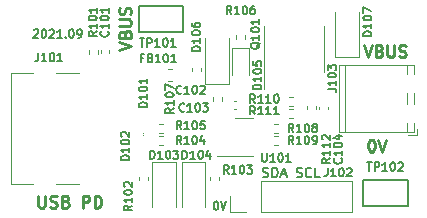
<source format=gto>
%TF.GenerationSoftware,KiCad,Pcbnew,5.99.0-unknown-3f6811f413~130~ubuntu20.10.1*%
%TF.CreationDate,2021-09-06T20:59:45-07:00*%
%TF.ProjectId,usb_pd,7573625f-7064-42e6-9b69-6361645f7063,rev?*%
%TF.SameCoordinates,Original*%
%TF.FileFunction,Legend,Top*%
%TF.FilePolarity,Positive*%
%FSLAX46Y46*%
G04 Gerber Fmt 4.6, Leading zero omitted, Abs format (unit mm)*
G04 Created by KiCad (PCBNEW 5.99.0-unknown-3f6811f413~130~ubuntu20.10.1) date 2021-09-06 20:59:45*
%MOMM*%
%LPD*%
G01*
G04 APERTURE LIST*
%ADD10C,0.175000*%
%ADD11C,0.250000*%
%ADD12C,0.200000*%
%ADD13C,0.150000*%
%ADD14C,0.120000*%
%ADD15C,0.100000*%
G04 APERTURE END LIST*
D10*
X95866666Y-125166666D02*
X95933333Y-125166666D01*
X96000000Y-125200000D01*
X96033333Y-125233333D01*
X96066666Y-125300000D01*
X96100000Y-125433333D01*
X96100000Y-125600000D01*
X96066666Y-125733333D01*
X96033333Y-125800000D01*
X96000000Y-125833333D01*
X95933333Y-125866666D01*
X95866666Y-125866666D01*
X95800000Y-125833333D01*
X95766666Y-125800000D01*
X95733333Y-125733333D01*
X95700000Y-125600000D01*
X95700000Y-125433333D01*
X95733333Y-125300000D01*
X95766666Y-125233333D01*
X95800000Y-125200000D01*
X95866666Y-125166666D01*
X96300000Y-125166666D02*
X96533333Y-125866666D01*
X96766666Y-125166666D01*
X80466666Y-110683333D02*
X80500000Y-110650000D01*
X80566666Y-110616666D01*
X80733333Y-110616666D01*
X80800000Y-110650000D01*
X80833333Y-110683333D01*
X80866666Y-110750000D01*
X80866666Y-110816666D01*
X80833333Y-110916666D01*
X80433333Y-111316666D01*
X80866666Y-111316666D01*
X81300000Y-110616666D02*
X81366666Y-110616666D01*
X81433333Y-110650000D01*
X81466666Y-110683333D01*
X81500000Y-110750000D01*
X81533333Y-110883333D01*
X81533333Y-111050000D01*
X81500000Y-111183333D01*
X81466666Y-111250000D01*
X81433333Y-111283333D01*
X81366666Y-111316666D01*
X81300000Y-111316666D01*
X81233333Y-111283333D01*
X81200000Y-111250000D01*
X81166666Y-111183333D01*
X81133333Y-111050000D01*
X81133333Y-110883333D01*
X81166666Y-110750000D01*
X81200000Y-110683333D01*
X81233333Y-110650000D01*
X81300000Y-110616666D01*
X81800000Y-110683333D02*
X81833333Y-110650000D01*
X81900000Y-110616666D01*
X82066666Y-110616666D01*
X82133333Y-110650000D01*
X82166666Y-110683333D01*
X82200000Y-110750000D01*
X82200000Y-110816666D01*
X82166666Y-110916666D01*
X81766666Y-111316666D01*
X82200000Y-111316666D01*
X82866666Y-111316666D02*
X82466666Y-111316666D01*
X82666666Y-111316666D02*
X82666666Y-110616666D01*
X82600000Y-110716666D01*
X82533333Y-110783333D01*
X82466666Y-110816666D01*
X83166666Y-111250000D02*
X83200000Y-111283333D01*
X83166666Y-111316666D01*
X83133333Y-111283333D01*
X83166666Y-111250000D01*
X83166666Y-111316666D01*
X83633333Y-110616666D02*
X83700000Y-110616666D01*
X83766666Y-110650000D01*
X83800000Y-110683333D01*
X83833333Y-110750000D01*
X83866666Y-110883333D01*
X83866666Y-111050000D01*
X83833333Y-111183333D01*
X83800000Y-111250000D01*
X83766666Y-111283333D01*
X83700000Y-111316666D01*
X83633333Y-111316666D01*
X83566666Y-111283333D01*
X83533333Y-111250000D01*
X83500000Y-111183333D01*
X83466666Y-111050000D01*
X83466666Y-110883333D01*
X83500000Y-110750000D01*
X83533333Y-110683333D01*
X83566666Y-110650000D01*
X83633333Y-110616666D01*
X84200000Y-111316666D02*
X84333333Y-111316666D01*
X84400000Y-111283333D01*
X84433333Y-111250000D01*
X84500000Y-111150000D01*
X84533333Y-111016666D01*
X84533333Y-110750000D01*
X84500000Y-110683333D01*
X84466666Y-110650000D01*
X84400000Y-110616666D01*
X84266666Y-110616666D01*
X84200000Y-110650000D01*
X84166666Y-110683333D01*
X84133333Y-110750000D01*
X84133333Y-110916666D01*
X84166666Y-110983333D01*
X84200000Y-111016666D01*
X84266666Y-111050000D01*
X84400000Y-111050000D01*
X84466666Y-111016666D01*
X84500000Y-110983333D01*
X84533333Y-110916666D01*
D11*
X80857142Y-124702380D02*
X80857142Y-125511904D01*
X80904761Y-125607142D01*
X80952380Y-125654761D01*
X81047619Y-125702380D01*
X81238095Y-125702380D01*
X81333333Y-125654761D01*
X81380952Y-125607142D01*
X81428571Y-125511904D01*
X81428571Y-124702380D01*
X81857142Y-125654761D02*
X82000000Y-125702380D01*
X82238095Y-125702380D01*
X82333333Y-125654761D01*
X82380952Y-125607142D01*
X82428571Y-125511904D01*
X82428571Y-125416666D01*
X82380952Y-125321428D01*
X82333333Y-125273809D01*
X82238095Y-125226190D01*
X82047619Y-125178571D01*
X81952380Y-125130952D01*
X81904761Y-125083333D01*
X81857142Y-124988095D01*
X81857142Y-124892857D01*
X81904761Y-124797619D01*
X81952380Y-124750000D01*
X82047619Y-124702380D01*
X82285714Y-124702380D01*
X82428571Y-124750000D01*
X83190476Y-125178571D02*
X83333333Y-125226190D01*
X83380952Y-125273809D01*
X83428571Y-125369047D01*
X83428571Y-125511904D01*
X83380952Y-125607142D01*
X83333333Y-125654761D01*
X83238095Y-125702380D01*
X82857142Y-125702380D01*
X82857142Y-124702380D01*
X83190476Y-124702380D01*
X83285714Y-124750000D01*
X83333333Y-124797619D01*
X83380952Y-124892857D01*
X83380952Y-124988095D01*
X83333333Y-125083333D01*
X83285714Y-125130952D01*
X83190476Y-125178571D01*
X82857142Y-125178571D01*
X84619047Y-125702380D02*
X84619047Y-124702380D01*
X85000000Y-124702380D01*
X85095238Y-124750000D01*
X85142857Y-124797619D01*
X85190476Y-124892857D01*
X85190476Y-125035714D01*
X85142857Y-125130952D01*
X85095238Y-125178571D01*
X85000000Y-125226190D01*
X84619047Y-125226190D01*
X85619047Y-125702380D02*
X85619047Y-124702380D01*
X85857142Y-124702380D01*
X86000000Y-124750000D01*
X86095238Y-124845238D01*
X86142857Y-124940476D01*
X86190476Y-125130952D01*
X86190476Y-125273809D01*
X86142857Y-125464285D01*
X86095238Y-125559523D01*
X86000000Y-125654761D01*
X85857142Y-125702380D01*
X85619047Y-125702380D01*
X87702380Y-112333333D02*
X88702380Y-112000000D01*
X87702380Y-111666666D01*
X88178571Y-111000000D02*
X88226190Y-110857142D01*
X88273809Y-110809523D01*
X88369047Y-110761904D01*
X88511904Y-110761904D01*
X88607142Y-110809523D01*
X88654761Y-110857142D01*
X88702380Y-110952380D01*
X88702380Y-111333333D01*
X87702380Y-111333333D01*
X87702380Y-111000000D01*
X87750000Y-110904761D01*
X87797619Y-110857142D01*
X87892857Y-110809523D01*
X87988095Y-110809523D01*
X88083333Y-110857142D01*
X88130952Y-110904761D01*
X88178571Y-111000000D01*
X88178571Y-111333333D01*
X87702380Y-110333333D02*
X88511904Y-110333333D01*
X88607142Y-110285714D01*
X88654761Y-110238095D01*
X88702380Y-110142857D01*
X88702380Y-109952380D01*
X88654761Y-109857142D01*
X88607142Y-109809523D01*
X88511904Y-109761904D01*
X87702380Y-109761904D01*
X88654761Y-109333333D02*
X88702380Y-109190476D01*
X88702380Y-108952380D01*
X88654761Y-108857142D01*
X88607142Y-108809523D01*
X88511904Y-108761904D01*
X88416666Y-108761904D01*
X88321428Y-108809523D01*
X88273809Y-108857142D01*
X88226190Y-108952380D01*
X88178571Y-109142857D01*
X88130952Y-109238095D01*
X88083333Y-109285714D01*
X87988095Y-109333333D01*
X87892857Y-109333333D01*
X87797619Y-109285714D01*
X87750000Y-109238095D01*
X87702380Y-109142857D01*
X87702380Y-108904761D01*
X87750000Y-108761904D01*
D12*
X99869047Y-123073809D02*
X99983333Y-123111904D01*
X100173809Y-123111904D01*
X100250000Y-123073809D01*
X100288095Y-123035714D01*
X100326190Y-122959523D01*
X100326190Y-122883333D01*
X100288095Y-122807142D01*
X100250000Y-122769047D01*
X100173809Y-122730952D01*
X100021428Y-122692857D01*
X99945238Y-122654761D01*
X99907142Y-122616666D01*
X99869047Y-122540476D01*
X99869047Y-122464285D01*
X99907142Y-122388095D01*
X99945238Y-122350000D01*
X100021428Y-122311904D01*
X100211904Y-122311904D01*
X100326190Y-122350000D01*
X100669047Y-123111904D02*
X100669047Y-122311904D01*
X100859523Y-122311904D01*
X100973809Y-122350000D01*
X101050000Y-122426190D01*
X101088095Y-122502380D01*
X101126190Y-122654761D01*
X101126190Y-122769047D01*
X101088095Y-122921428D01*
X101050000Y-122997619D01*
X100973809Y-123073809D01*
X100859523Y-123111904D01*
X100669047Y-123111904D01*
X101430952Y-122883333D02*
X101811904Y-122883333D01*
X101354761Y-123111904D02*
X101621428Y-122311904D01*
X101888095Y-123111904D01*
X102726190Y-123073809D02*
X102840476Y-123111904D01*
X103030952Y-123111904D01*
X103107142Y-123073809D01*
X103145238Y-123035714D01*
X103183333Y-122959523D01*
X103183333Y-122883333D01*
X103145238Y-122807142D01*
X103107142Y-122769047D01*
X103030952Y-122730952D01*
X102878571Y-122692857D01*
X102802380Y-122654761D01*
X102764285Y-122616666D01*
X102726190Y-122540476D01*
X102726190Y-122464285D01*
X102764285Y-122388095D01*
X102802380Y-122350000D01*
X102878571Y-122311904D01*
X103069047Y-122311904D01*
X103183333Y-122350000D01*
X103983333Y-123035714D02*
X103945238Y-123073809D01*
X103830952Y-123111904D01*
X103754761Y-123111904D01*
X103640476Y-123073809D01*
X103564285Y-122997619D01*
X103526190Y-122921428D01*
X103488095Y-122769047D01*
X103488095Y-122654761D01*
X103526190Y-122502380D01*
X103564285Y-122426190D01*
X103640476Y-122350000D01*
X103754761Y-122311904D01*
X103830952Y-122311904D01*
X103945238Y-122350000D01*
X103983333Y-122388095D01*
X104707142Y-123111904D02*
X104326190Y-123111904D01*
X104326190Y-122311904D01*
D11*
X108416666Y-111952380D02*
X108750000Y-112952380D01*
X109083333Y-111952380D01*
X109750000Y-112428571D02*
X109892857Y-112476190D01*
X109940476Y-112523809D01*
X109988095Y-112619047D01*
X109988095Y-112761904D01*
X109940476Y-112857142D01*
X109892857Y-112904761D01*
X109797619Y-112952380D01*
X109416666Y-112952380D01*
X109416666Y-111952380D01*
X109750000Y-111952380D01*
X109845238Y-112000000D01*
X109892857Y-112047619D01*
X109940476Y-112142857D01*
X109940476Y-112238095D01*
X109892857Y-112333333D01*
X109845238Y-112380952D01*
X109750000Y-112428571D01*
X109416666Y-112428571D01*
X110416666Y-111952380D02*
X110416666Y-112761904D01*
X110464285Y-112857142D01*
X110511904Y-112904761D01*
X110607142Y-112952380D01*
X110797619Y-112952380D01*
X110892857Y-112904761D01*
X110940476Y-112857142D01*
X110988095Y-112761904D01*
X110988095Y-111952380D01*
X111416666Y-112904761D02*
X111559523Y-112952380D01*
X111797619Y-112952380D01*
X111892857Y-112904761D01*
X111940476Y-112857142D01*
X111988095Y-112761904D01*
X111988095Y-112666666D01*
X111940476Y-112571428D01*
X111892857Y-112523809D01*
X111797619Y-112476190D01*
X111607142Y-112428571D01*
X111511904Y-112380952D01*
X111464285Y-112333333D01*
X111416666Y-112238095D01*
X111416666Y-112142857D01*
X111464285Y-112047619D01*
X111511904Y-112000000D01*
X111607142Y-111952380D01*
X111845238Y-111952380D01*
X111988095Y-112000000D01*
X109023809Y-119952380D02*
X109119047Y-119952380D01*
X109214285Y-120000000D01*
X109261904Y-120047619D01*
X109309523Y-120142857D01*
X109357142Y-120333333D01*
X109357142Y-120571428D01*
X109309523Y-120761904D01*
X109261904Y-120857142D01*
X109214285Y-120904761D01*
X109119047Y-120952380D01*
X109023809Y-120952380D01*
X108928571Y-120904761D01*
X108880952Y-120857142D01*
X108833333Y-120761904D01*
X108785714Y-120571428D01*
X108785714Y-120333333D01*
X108833333Y-120142857D01*
X108880952Y-120047619D01*
X108928571Y-120000000D01*
X109023809Y-119952380D01*
X109642857Y-119952380D02*
X109976190Y-120952380D01*
X110309523Y-119952380D01*
D13*
%TO.C,TP102*%
X108700000Y-121866666D02*
X109100000Y-121866666D01*
X108900000Y-122566666D02*
X108900000Y-121866666D01*
X109333333Y-122566666D02*
X109333333Y-121866666D01*
X109600000Y-121866666D01*
X109666666Y-121900000D01*
X109700000Y-121933333D01*
X109733333Y-122000000D01*
X109733333Y-122100000D01*
X109700000Y-122166666D01*
X109666666Y-122200000D01*
X109600000Y-122233333D01*
X109333333Y-122233333D01*
X110400000Y-122566666D02*
X110000000Y-122566666D01*
X110200000Y-122566666D02*
X110200000Y-121866666D01*
X110133333Y-121966666D01*
X110066666Y-122033333D01*
X110000000Y-122066666D01*
X110833333Y-121866666D02*
X110900000Y-121866666D01*
X110966666Y-121900000D01*
X111000000Y-121933333D01*
X111033333Y-122000000D01*
X111066666Y-122133333D01*
X111066666Y-122300000D01*
X111033333Y-122433333D01*
X111000000Y-122500000D01*
X110966666Y-122533333D01*
X110900000Y-122566666D01*
X110833333Y-122566666D01*
X110766666Y-122533333D01*
X110733333Y-122500000D01*
X110700000Y-122433333D01*
X110666666Y-122300000D01*
X110666666Y-122133333D01*
X110700000Y-122000000D01*
X110733333Y-121933333D01*
X110766666Y-121900000D01*
X110833333Y-121866666D01*
X111333333Y-121933333D02*
X111366666Y-121900000D01*
X111433333Y-121866666D01*
X111600000Y-121866666D01*
X111666666Y-121900000D01*
X111700000Y-121933333D01*
X111733333Y-122000000D01*
X111733333Y-122066666D01*
X111700000Y-122166666D01*
X111300000Y-122566666D01*
X111733333Y-122566666D01*
%TO.C,TP101*%
X89450000Y-111366666D02*
X89850000Y-111366666D01*
X89650000Y-112066666D02*
X89650000Y-111366666D01*
X90083333Y-112066666D02*
X90083333Y-111366666D01*
X90350000Y-111366666D01*
X90416666Y-111400000D01*
X90450000Y-111433333D01*
X90483333Y-111500000D01*
X90483333Y-111600000D01*
X90450000Y-111666666D01*
X90416666Y-111700000D01*
X90350000Y-111733333D01*
X90083333Y-111733333D01*
X91150000Y-112066666D02*
X90750000Y-112066666D01*
X90950000Y-112066666D02*
X90950000Y-111366666D01*
X90883333Y-111466666D01*
X90816666Y-111533333D01*
X90750000Y-111566666D01*
X91583333Y-111366666D02*
X91650000Y-111366666D01*
X91716666Y-111400000D01*
X91750000Y-111433333D01*
X91783333Y-111500000D01*
X91816666Y-111633333D01*
X91816666Y-111800000D01*
X91783333Y-111933333D01*
X91750000Y-112000000D01*
X91716666Y-112033333D01*
X91650000Y-112066666D01*
X91583333Y-112066666D01*
X91516666Y-112033333D01*
X91483333Y-112000000D01*
X91450000Y-111933333D01*
X91416666Y-111800000D01*
X91416666Y-111633333D01*
X91450000Y-111500000D01*
X91483333Y-111433333D01*
X91516666Y-111400000D01*
X91583333Y-111366666D01*
X92483333Y-112066666D02*
X92083333Y-112066666D01*
X92283333Y-112066666D02*
X92283333Y-111366666D01*
X92216666Y-111466666D01*
X92150000Y-111533333D01*
X92083333Y-111566666D01*
%TO.C,J102*%
X105350000Y-122366666D02*
X105350000Y-122866666D01*
X105316666Y-122966666D01*
X105250000Y-123033333D01*
X105150000Y-123066666D01*
X105083333Y-123066666D01*
X106050000Y-123066666D02*
X105650000Y-123066666D01*
X105850000Y-123066666D02*
X105850000Y-122366666D01*
X105783333Y-122466666D01*
X105716666Y-122533333D01*
X105650000Y-122566666D01*
X106483333Y-122366666D02*
X106550000Y-122366666D01*
X106616666Y-122400000D01*
X106650000Y-122433333D01*
X106683333Y-122500000D01*
X106716666Y-122633333D01*
X106716666Y-122800000D01*
X106683333Y-122933333D01*
X106650000Y-123000000D01*
X106616666Y-123033333D01*
X106550000Y-123066666D01*
X106483333Y-123066666D01*
X106416666Y-123033333D01*
X106383333Y-123000000D01*
X106350000Y-122933333D01*
X106316666Y-122800000D01*
X106316666Y-122633333D01*
X106350000Y-122500000D01*
X106383333Y-122433333D01*
X106416666Y-122400000D01*
X106483333Y-122366666D01*
X106983333Y-122433333D02*
X107016666Y-122400000D01*
X107083333Y-122366666D01*
X107250000Y-122366666D01*
X107316666Y-122400000D01*
X107350000Y-122433333D01*
X107383333Y-122500000D01*
X107383333Y-122566666D01*
X107350000Y-122666666D01*
X106950000Y-123066666D01*
X107383333Y-123066666D01*
%TO.C,D107*%
X109066666Y-111183333D02*
X108366666Y-111183333D01*
X108366666Y-111016666D01*
X108400000Y-110916666D01*
X108466666Y-110850000D01*
X108533333Y-110816666D01*
X108666666Y-110783333D01*
X108766666Y-110783333D01*
X108900000Y-110816666D01*
X108966666Y-110850000D01*
X109033333Y-110916666D01*
X109066666Y-111016666D01*
X109066666Y-111183333D01*
X109066666Y-110116666D02*
X109066666Y-110516666D01*
X109066666Y-110316666D02*
X108366666Y-110316666D01*
X108466666Y-110383333D01*
X108533333Y-110450000D01*
X108566666Y-110516666D01*
X108366666Y-109683333D02*
X108366666Y-109616666D01*
X108400000Y-109550000D01*
X108433333Y-109516666D01*
X108500000Y-109483333D01*
X108633333Y-109450000D01*
X108800000Y-109450000D01*
X108933333Y-109483333D01*
X109000000Y-109516666D01*
X109033333Y-109550000D01*
X109066666Y-109616666D01*
X109066666Y-109683333D01*
X109033333Y-109750000D01*
X109000000Y-109783333D01*
X108933333Y-109816666D01*
X108800000Y-109850000D01*
X108633333Y-109850000D01*
X108500000Y-109816666D01*
X108433333Y-109783333D01*
X108400000Y-109750000D01*
X108366666Y-109683333D01*
X108366666Y-109216666D02*
X108366666Y-108750000D01*
X109066666Y-109050000D01*
%TO.C,C103*%
X93216666Y-117500000D02*
X93183333Y-117533333D01*
X93083333Y-117566666D01*
X93016666Y-117566666D01*
X92916666Y-117533333D01*
X92850000Y-117466666D01*
X92816666Y-117400000D01*
X92783333Y-117266666D01*
X92783333Y-117166666D01*
X92816666Y-117033333D01*
X92850000Y-116966666D01*
X92916666Y-116900000D01*
X93016666Y-116866666D01*
X93083333Y-116866666D01*
X93183333Y-116900000D01*
X93216666Y-116933333D01*
X93883333Y-117566666D02*
X93483333Y-117566666D01*
X93683333Y-117566666D02*
X93683333Y-116866666D01*
X93616666Y-116966666D01*
X93550000Y-117033333D01*
X93483333Y-117066666D01*
X94316666Y-116866666D02*
X94383333Y-116866666D01*
X94450000Y-116900000D01*
X94483333Y-116933333D01*
X94516666Y-117000000D01*
X94550000Y-117133333D01*
X94550000Y-117300000D01*
X94516666Y-117433333D01*
X94483333Y-117500000D01*
X94450000Y-117533333D01*
X94383333Y-117566666D01*
X94316666Y-117566666D01*
X94250000Y-117533333D01*
X94216666Y-117500000D01*
X94183333Y-117433333D01*
X94150000Y-117300000D01*
X94150000Y-117133333D01*
X94183333Y-117000000D01*
X94216666Y-116933333D01*
X94250000Y-116900000D01*
X94316666Y-116866666D01*
X94783333Y-116866666D02*
X95216666Y-116866666D01*
X94983333Y-117133333D01*
X95083333Y-117133333D01*
X95150000Y-117166666D01*
X95183333Y-117200000D01*
X95216666Y-117266666D01*
X95216666Y-117433333D01*
X95183333Y-117500000D01*
X95150000Y-117533333D01*
X95083333Y-117566666D01*
X94883333Y-117566666D01*
X94816666Y-117533333D01*
X94783333Y-117500000D01*
%TO.C,R109*%
X102466666Y-120316666D02*
X102233333Y-119983333D01*
X102066666Y-120316666D02*
X102066666Y-119616666D01*
X102333333Y-119616666D01*
X102400000Y-119650000D01*
X102433333Y-119683333D01*
X102466666Y-119750000D01*
X102466666Y-119850000D01*
X102433333Y-119916666D01*
X102400000Y-119950000D01*
X102333333Y-119983333D01*
X102066666Y-119983333D01*
X103133333Y-120316666D02*
X102733333Y-120316666D01*
X102933333Y-120316666D02*
X102933333Y-119616666D01*
X102866666Y-119716666D01*
X102800000Y-119783333D01*
X102733333Y-119816666D01*
X103566666Y-119616666D02*
X103633333Y-119616666D01*
X103700000Y-119650000D01*
X103733333Y-119683333D01*
X103766666Y-119750000D01*
X103800000Y-119883333D01*
X103800000Y-120050000D01*
X103766666Y-120183333D01*
X103733333Y-120250000D01*
X103700000Y-120283333D01*
X103633333Y-120316666D01*
X103566666Y-120316666D01*
X103500000Y-120283333D01*
X103466666Y-120250000D01*
X103433333Y-120183333D01*
X103400000Y-120050000D01*
X103400000Y-119883333D01*
X103433333Y-119750000D01*
X103466666Y-119683333D01*
X103500000Y-119650000D01*
X103566666Y-119616666D01*
X104133333Y-120316666D02*
X104266666Y-120316666D01*
X104333333Y-120283333D01*
X104366666Y-120250000D01*
X104433333Y-120150000D01*
X104466666Y-120016666D01*
X104466666Y-119750000D01*
X104433333Y-119683333D01*
X104400000Y-119650000D01*
X104333333Y-119616666D01*
X104200000Y-119616666D01*
X104133333Y-119650000D01*
X104100000Y-119683333D01*
X104066666Y-119750000D01*
X104066666Y-119916666D01*
X104100000Y-119983333D01*
X104133333Y-120016666D01*
X104200000Y-120050000D01*
X104333333Y-120050000D01*
X104400000Y-120016666D01*
X104433333Y-119983333D01*
X104466666Y-119916666D01*
%TO.C,D106*%
X94566666Y-112433333D02*
X93866666Y-112433333D01*
X93866666Y-112266666D01*
X93900000Y-112166666D01*
X93966666Y-112100000D01*
X94033333Y-112066666D01*
X94166666Y-112033333D01*
X94266666Y-112033333D01*
X94400000Y-112066666D01*
X94466666Y-112100000D01*
X94533333Y-112166666D01*
X94566666Y-112266666D01*
X94566666Y-112433333D01*
X94566666Y-111366666D02*
X94566666Y-111766666D01*
X94566666Y-111566666D02*
X93866666Y-111566666D01*
X93966666Y-111633333D01*
X94033333Y-111700000D01*
X94066666Y-111766666D01*
X93866666Y-110933333D02*
X93866666Y-110866666D01*
X93900000Y-110800000D01*
X93933333Y-110766666D01*
X94000000Y-110733333D01*
X94133333Y-110700000D01*
X94300000Y-110700000D01*
X94433333Y-110733333D01*
X94500000Y-110766666D01*
X94533333Y-110800000D01*
X94566666Y-110866666D01*
X94566666Y-110933333D01*
X94533333Y-111000000D01*
X94500000Y-111033333D01*
X94433333Y-111066666D01*
X94300000Y-111100000D01*
X94133333Y-111100000D01*
X94000000Y-111066666D01*
X93933333Y-111033333D01*
X93900000Y-111000000D01*
X93866666Y-110933333D01*
X93866666Y-110100000D02*
X93866666Y-110233333D01*
X93900000Y-110300000D01*
X93933333Y-110333333D01*
X94033333Y-110400000D01*
X94166666Y-110433333D01*
X94433333Y-110433333D01*
X94500000Y-110400000D01*
X94533333Y-110366666D01*
X94566666Y-110300000D01*
X94566666Y-110166666D01*
X94533333Y-110100000D01*
X94500000Y-110066666D01*
X94433333Y-110033333D01*
X94266666Y-110033333D01*
X94200000Y-110066666D01*
X94166666Y-110100000D01*
X94133333Y-110166666D01*
X94133333Y-110300000D01*
X94166666Y-110366666D01*
X94200000Y-110400000D01*
X94266666Y-110433333D01*
%TO.C,R103*%
X96966666Y-122816666D02*
X96733333Y-122483333D01*
X96566666Y-122816666D02*
X96566666Y-122116666D01*
X96833333Y-122116666D01*
X96900000Y-122150000D01*
X96933333Y-122183333D01*
X96966666Y-122250000D01*
X96966666Y-122350000D01*
X96933333Y-122416666D01*
X96900000Y-122450000D01*
X96833333Y-122483333D01*
X96566666Y-122483333D01*
X97633333Y-122816666D02*
X97233333Y-122816666D01*
X97433333Y-122816666D02*
X97433333Y-122116666D01*
X97366666Y-122216666D01*
X97300000Y-122283333D01*
X97233333Y-122316666D01*
X98066666Y-122116666D02*
X98133333Y-122116666D01*
X98200000Y-122150000D01*
X98233333Y-122183333D01*
X98266666Y-122250000D01*
X98300000Y-122383333D01*
X98300000Y-122550000D01*
X98266666Y-122683333D01*
X98233333Y-122750000D01*
X98200000Y-122783333D01*
X98133333Y-122816666D01*
X98066666Y-122816666D01*
X98000000Y-122783333D01*
X97966666Y-122750000D01*
X97933333Y-122683333D01*
X97900000Y-122550000D01*
X97900000Y-122383333D01*
X97933333Y-122250000D01*
X97966666Y-122183333D01*
X98000000Y-122150000D01*
X98066666Y-122116666D01*
X98533333Y-122116666D02*
X98966666Y-122116666D01*
X98733333Y-122383333D01*
X98833333Y-122383333D01*
X98900000Y-122416666D01*
X98933333Y-122450000D01*
X98966666Y-122516666D01*
X98966666Y-122683333D01*
X98933333Y-122750000D01*
X98900000Y-122783333D01*
X98833333Y-122816666D01*
X98633333Y-122816666D01*
X98566666Y-122783333D01*
X98533333Y-122750000D01*
%TO.C,C104*%
X106500000Y-121533333D02*
X106533333Y-121566666D01*
X106566666Y-121666666D01*
X106566666Y-121733333D01*
X106533333Y-121833333D01*
X106466666Y-121900000D01*
X106400000Y-121933333D01*
X106266666Y-121966666D01*
X106166666Y-121966666D01*
X106033333Y-121933333D01*
X105966666Y-121900000D01*
X105900000Y-121833333D01*
X105866666Y-121733333D01*
X105866666Y-121666666D01*
X105900000Y-121566666D01*
X105933333Y-121533333D01*
X106566666Y-120866666D02*
X106566666Y-121266666D01*
X106566666Y-121066666D02*
X105866666Y-121066666D01*
X105966666Y-121133333D01*
X106033333Y-121200000D01*
X106066666Y-121266666D01*
X105866666Y-120433333D02*
X105866666Y-120366666D01*
X105900000Y-120300000D01*
X105933333Y-120266666D01*
X106000000Y-120233333D01*
X106133333Y-120200000D01*
X106300000Y-120200000D01*
X106433333Y-120233333D01*
X106500000Y-120266666D01*
X106533333Y-120300000D01*
X106566666Y-120366666D01*
X106566666Y-120433333D01*
X106533333Y-120500000D01*
X106500000Y-120533333D01*
X106433333Y-120566666D01*
X106300000Y-120600000D01*
X106133333Y-120600000D01*
X106000000Y-120566666D01*
X105933333Y-120533333D01*
X105900000Y-120500000D01*
X105866666Y-120433333D01*
X106100000Y-119600000D02*
X106566666Y-119600000D01*
X105833333Y-119766666D02*
X106333333Y-119933333D01*
X106333333Y-119500000D01*
%TO.C,R108*%
X102466666Y-119316666D02*
X102233333Y-118983333D01*
X102066666Y-119316666D02*
X102066666Y-118616666D01*
X102333333Y-118616666D01*
X102400000Y-118650000D01*
X102433333Y-118683333D01*
X102466666Y-118750000D01*
X102466666Y-118850000D01*
X102433333Y-118916666D01*
X102400000Y-118950000D01*
X102333333Y-118983333D01*
X102066666Y-118983333D01*
X103133333Y-119316666D02*
X102733333Y-119316666D01*
X102933333Y-119316666D02*
X102933333Y-118616666D01*
X102866666Y-118716666D01*
X102800000Y-118783333D01*
X102733333Y-118816666D01*
X103566666Y-118616666D02*
X103633333Y-118616666D01*
X103700000Y-118650000D01*
X103733333Y-118683333D01*
X103766666Y-118750000D01*
X103800000Y-118883333D01*
X103800000Y-119050000D01*
X103766666Y-119183333D01*
X103733333Y-119250000D01*
X103700000Y-119283333D01*
X103633333Y-119316666D01*
X103566666Y-119316666D01*
X103500000Y-119283333D01*
X103466666Y-119250000D01*
X103433333Y-119183333D01*
X103400000Y-119050000D01*
X103400000Y-118883333D01*
X103433333Y-118750000D01*
X103466666Y-118683333D01*
X103500000Y-118650000D01*
X103566666Y-118616666D01*
X104200000Y-118916666D02*
X104133333Y-118883333D01*
X104100000Y-118850000D01*
X104066666Y-118783333D01*
X104066666Y-118750000D01*
X104100000Y-118683333D01*
X104133333Y-118650000D01*
X104200000Y-118616666D01*
X104333333Y-118616666D01*
X104400000Y-118650000D01*
X104433333Y-118683333D01*
X104466666Y-118750000D01*
X104466666Y-118783333D01*
X104433333Y-118850000D01*
X104400000Y-118883333D01*
X104333333Y-118916666D01*
X104200000Y-118916666D01*
X104133333Y-118950000D01*
X104100000Y-118983333D01*
X104066666Y-119050000D01*
X104066666Y-119183333D01*
X104100000Y-119250000D01*
X104133333Y-119283333D01*
X104200000Y-119316666D01*
X104333333Y-119316666D01*
X104400000Y-119283333D01*
X104433333Y-119250000D01*
X104466666Y-119183333D01*
X104466666Y-119050000D01*
X104433333Y-118983333D01*
X104400000Y-118950000D01*
X104333333Y-118916666D01*
%TO.C,J103*%
X105366666Y-115650000D02*
X105866666Y-115650000D01*
X105966666Y-115683333D01*
X106033333Y-115750000D01*
X106066666Y-115850000D01*
X106066666Y-115916666D01*
X106066666Y-114950000D02*
X106066666Y-115350000D01*
X106066666Y-115150000D02*
X105366666Y-115150000D01*
X105466666Y-115216666D01*
X105533333Y-115283333D01*
X105566666Y-115350000D01*
X105366666Y-114516666D02*
X105366666Y-114450000D01*
X105400000Y-114383333D01*
X105433333Y-114350000D01*
X105500000Y-114316666D01*
X105633333Y-114283333D01*
X105800000Y-114283333D01*
X105933333Y-114316666D01*
X106000000Y-114350000D01*
X106033333Y-114383333D01*
X106066666Y-114450000D01*
X106066666Y-114516666D01*
X106033333Y-114583333D01*
X106000000Y-114616666D01*
X105933333Y-114650000D01*
X105800000Y-114683333D01*
X105633333Y-114683333D01*
X105500000Y-114650000D01*
X105433333Y-114616666D01*
X105400000Y-114583333D01*
X105366666Y-114516666D01*
X105366666Y-114050000D02*
X105366666Y-113616666D01*
X105633333Y-113850000D01*
X105633333Y-113750000D01*
X105666666Y-113683333D01*
X105700000Y-113650000D01*
X105766666Y-113616666D01*
X105933333Y-113616666D01*
X106000000Y-113650000D01*
X106033333Y-113683333D01*
X106066666Y-113750000D01*
X106066666Y-113950000D01*
X106033333Y-114016666D01*
X106000000Y-114050000D01*
%TO.C,R105*%
X92966666Y-119066666D02*
X92733333Y-118733333D01*
X92566666Y-119066666D02*
X92566666Y-118366666D01*
X92833333Y-118366666D01*
X92900000Y-118400000D01*
X92933333Y-118433333D01*
X92966666Y-118500000D01*
X92966666Y-118600000D01*
X92933333Y-118666666D01*
X92900000Y-118700000D01*
X92833333Y-118733333D01*
X92566666Y-118733333D01*
X93633333Y-119066666D02*
X93233333Y-119066666D01*
X93433333Y-119066666D02*
X93433333Y-118366666D01*
X93366666Y-118466666D01*
X93300000Y-118533333D01*
X93233333Y-118566666D01*
X94066666Y-118366666D02*
X94133333Y-118366666D01*
X94200000Y-118400000D01*
X94233333Y-118433333D01*
X94266666Y-118500000D01*
X94300000Y-118633333D01*
X94300000Y-118800000D01*
X94266666Y-118933333D01*
X94233333Y-119000000D01*
X94200000Y-119033333D01*
X94133333Y-119066666D01*
X94066666Y-119066666D01*
X94000000Y-119033333D01*
X93966666Y-119000000D01*
X93933333Y-118933333D01*
X93900000Y-118800000D01*
X93900000Y-118633333D01*
X93933333Y-118500000D01*
X93966666Y-118433333D01*
X94000000Y-118400000D01*
X94066666Y-118366666D01*
X94933333Y-118366666D02*
X94600000Y-118366666D01*
X94566666Y-118700000D01*
X94600000Y-118666666D01*
X94666666Y-118633333D01*
X94833333Y-118633333D01*
X94900000Y-118666666D01*
X94933333Y-118700000D01*
X94966666Y-118766666D01*
X94966666Y-118933333D01*
X94933333Y-119000000D01*
X94900000Y-119033333D01*
X94833333Y-119066666D01*
X94666666Y-119066666D01*
X94600000Y-119033333D01*
X94566666Y-119000000D01*
%TO.C,R112*%
X105566666Y-121533333D02*
X105233333Y-121766666D01*
X105566666Y-121933333D02*
X104866666Y-121933333D01*
X104866666Y-121666666D01*
X104900000Y-121600000D01*
X104933333Y-121566666D01*
X105000000Y-121533333D01*
X105100000Y-121533333D01*
X105166666Y-121566666D01*
X105200000Y-121600000D01*
X105233333Y-121666666D01*
X105233333Y-121933333D01*
X105566666Y-120866666D02*
X105566666Y-121266666D01*
X105566666Y-121066666D02*
X104866666Y-121066666D01*
X104966666Y-121133333D01*
X105033333Y-121200000D01*
X105066666Y-121266666D01*
X105566666Y-120200000D02*
X105566666Y-120600000D01*
X105566666Y-120400000D02*
X104866666Y-120400000D01*
X104966666Y-120466666D01*
X105033333Y-120533333D01*
X105066666Y-120600000D01*
X104933333Y-119933333D02*
X104900000Y-119900000D01*
X104866666Y-119833333D01*
X104866666Y-119666666D01*
X104900000Y-119600000D01*
X104933333Y-119566666D01*
X105000000Y-119533333D01*
X105066666Y-119533333D01*
X105166666Y-119566666D01*
X105566666Y-119966666D01*
X105566666Y-119533333D01*
%TO.C,R101*%
X85816666Y-110783333D02*
X85483333Y-111016666D01*
X85816666Y-111183333D02*
X85116666Y-111183333D01*
X85116666Y-110916666D01*
X85150000Y-110850000D01*
X85183333Y-110816666D01*
X85250000Y-110783333D01*
X85350000Y-110783333D01*
X85416666Y-110816666D01*
X85450000Y-110850000D01*
X85483333Y-110916666D01*
X85483333Y-111183333D01*
X85816666Y-110116666D02*
X85816666Y-110516666D01*
X85816666Y-110316666D02*
X85116666Y-110316666D01*
X85216666Y-110383333D01*
X85283333Y-110450000D01*
X85316666Y-110516666D01*
X85116666Y-109683333D02*
X85116666Y-109616666D01*
X85150000Y-109550000D01*
X85183333Y-109516666D01*
X85250000Y-109483333D01*
X85383333Y-109450000D01*
X85550000Y-109450000D01*
X85683333Y-109483333D01*
X85750000Y-109516666D01*
X85783333Y-109550000D01*
X85816666Y-109616666D01*
X85816666Y-109683333D01*
X85783333Y-109750000D01*
X85750000Y-109783333D01*
X85683333Y-109816666D01*
X85550000Y-109850000D01*
X85383333Y-109850000D01*
X85250000Y-109816666D01*
X85183333Y-109783333D01*
X85150000Y-109750000D01*
X85116666Y-109683333D01*
X85816666Y-108783333D02*
X85816666Y-109183333D01*
X85816666Y-108983333D02*
X85116666Y-108983333D01*
X85216666Y-109050000D01*
X85283333Y-109116666D01*
X85316666Y-109183333D01*
%TO.C,R107*%
X92316666Y-117283333D02*
X91983333Y-117516666D01*
X92316666Y-117683333D02*
X91616666Y-117683333D01*
X91616666Y-117416666D01*
X91650000Y-117350000D01*
X91683333Y-117316666D01*
X91750000Y-117283333D01*
X91850000Y-117283333D01*
X91916666Y-117316666D01*
X91950000Y-117350000D01*
X91983333Y-117416666D01*
X91983333Y-117683333D01*
X92316666Y-116616666D02*
X92316666Y-117016666D01*
X92316666Y-116816666D02*
X91616666Y-116816666D01*
X91716666Y-116883333D01*
X91783333Y-116950000D01*
X91816666Y-117016666D01*
X91616666Y-116183333D02*
X91616666Y-116116666D01*
X91650000Y-116050000D01*
X91683333Y-116016666D01*
X91750000Y-115983333D01*
X91883333Y-115950000D01*
X92050000Y-115950000D01*
X92183333Y-115983333D01*
X92250000Y-116016666D01*
X92283333Y-116050000D01*
X92316666Y-116116666D01*
X92316666Y-116183333D01*
X92283333Y-116250000D01*
X92250000Y-116283333D01*
X92183333Y-116316666D01*
X92050000Y-116350000D01*
X91883333Y-116350000D01*
X91750000Y-116316666D01*
X91683333Y-116283333D01*
X91650000Y-116250000D01*
X91616666Y-116183333D01*
X91616666Y-115716666D02*
X91616666Y-115250000D01*
X92316666Y-115550000D01*
%TO.C,J101*%
X80850000Y-112616666D02*
X80850000Y-113116666D01*
X80816666Y-113216666D01*
X80750000Y-113283333D01*
X80650000Y-113316666D01*
X80583333Y-113316666D01*
X81550000Y-113316666D02*
X81150000Y-113316666D01*
X81350000Y-113316666D02*
X81350000Y-112616666D01*
X81283333Y-112716666D01*
X81216666Y-112783333D01*
X81150000Y-112816666D01*
X81983333Y-112616666D02*
X82050000Y-112616666D01*
X82116666Y-112650000D01*
X82150000Y-112683333D01*
X82183333Y-112750000D01*
X82216666Y-112883333D01*
X82216666Y-113050000D01*
X82183333Y-113183333D01*
X82150000Y-113250000D01*
X82116666Y-113283333D01*
X82050000Y-113316666D01*
X81983333Y-113316666D01*
X81916666Y-113283333D01*
X81883333Y-113250000D01*
X81850000Y-113183333D01*
X81816666Y-113050000D01*
X81816666Y-112883333D01*
X81850000Y-112750000D01*
X81883333Y-112683333D01*
X81916666Y-112650000D01*
X81983333Y-112616666D01*
X82883333Y-113316666D02*
X82483333Y-113316666D01*
X82683333Y-113316666D02*
X82683333Y-112616666D01*
X82616666Y-112716666D01*
X82550000Y-112783333D01*
X82483333Y-112816666D01*
%TO.C,C101*%
X86750000Y-110783333D02*
X86783333Y-110816666D01*
X86816666Y-110916666D01*
X86816666Y-110983333D01*
X86783333Y-111083333D01*
X86716666Y-111150000D01*
X86650000Y-111183333D01*
X86516666Y-111216666D01*
X86416666Y-111216666D01*
X86283333Y-111183333D01*
X86216666Y-111150000D01*
X86150000Y-111083333D01*
X86116666Y-110983333D01*
X86116666Y-110916666D01*
X86150000Y-110816666D01*
X86183333Y-110783333D01*
X86816666Y-110116666D02*
X86816666Y-110516666D01*
X86816666Y-110316666D02*
X86116666Y-110316666D01*
X86216666Y-110383333D01*
X86283333Y-110450000D01*
X86316666Y-110516666D01*
X86116666Y-109683333D02*
X86116666Y-109616666D01*
X86150000Y-109550000D01*
X86183333Y-109516666D01*
X86250000Y-109483333D01*
X86383333Y-109450000D01*
X86550000Y-109450000D01*
X86683333Y-109483333D01*
X86750000Y-109516666D01*
X86783333Y-109550000D01*
X86816666Y-109616666D01*
X86816666Y-109683333D01*
X86783333Y-109750000D01*
X86750000Y-109783333D01*
X86683333Y-109816666D01*
X86550000Y-109850000D01*
X86383333Y-109850000D01*
X86250000Y-109816666D01*
X86183333Y-109783333D01*
X86150000Y-109750000D01*
X86116666Y-109683333D01*
X86816666Y-108783333D02*
X86816666Y-109183333D01*
X86816666Y-108983333D02*
X86116666Y-108983333D01*
X86216666Y-109050000D01*
X86283333Y-109116666D01*
X86316666Y-109183333D01*
%TO.C,R110*%
X99216666Y-116816666D02*
X98983333Y-116483333D01*
X98816666Y-116816666D02*
X98816666Y-116116666D01*
X99083333Y-116116666D01*
X99150000Y-116150000D01*
X99183333Y-116183333D01*
X99216666Y-116250000D01*
X99216666Y-116350000D01*
X99183333Y-116416666D01*
X99150000Y-116450000D01*
X99083333Y-116483333D01*
X98816666Y-116483333D01*
X99883333Y-116816666D02*
X99483333Y-116816666D01*
X99683333Y-116816666D02*
X99683333Y-116116666D01*
X99616666Y-116216666D01*
X99550000Y-116283333D01*
X99483333Y-116316666D01*
X100550000Y-116816666D02*
X100150000Y-116816666D01*
X100350000Y-116816666D02*
X100350000Y-116116666D01*
X100283333Y-116216666D01*
X100216666Y-116283333D01*
X100150000Y-116316666D01*
X100983333Y-116116666D02*
X101050000Y-116116666D01*
X101116666Y-116150000D01*
X101150000Y-116183333D01*
X101183333Y-116250000D01*
X101216666Y-116383333D01*
X101216666Y-116550000D01*
X101183333Y-116683333D01*
X101150000Y-116750000D01*
X101116666Y-116783333D01*
X101050000Y-116816666D01*
X100983333Y-116816666D01*
X100916666Y-116783333D01*
X100883333Y-116750000D01*
X100850000Y-116683333D01*
X100816666Y-116550000D01*
X100816666Y-116383333D01*
X100850000Y-116250000D01*
X100883333Y-116183333D01*
X100916666Y-116150000D01*
X100983333Y-116116666D01*
%TO.C,D101*%
X90066666Y-117183333D02*
X89366666Y-117183333D01*
X89366666Y-117016666D01*
X89400000Y-116916666D01*
X89466666Y-116850000D01*
X89533333Y-116816666D01*
X89666666Y-116783333D01*
X89766666Y-116783333D01*
X89900000Y-116816666D01*
X89966666Y-116850000D01*
X90033333Y-116916666D01*
X90066666Y-117016666D01*
X90066666Y-117183333D01*
X90066666Y-116116666D02*
X90066666Y-116516666D01*
X90066666Y-116316666D02*
X89366666Y-116316666D01*
X89466666Y-116383333D01*
X89533333Y-116450000D01*
X89566666Y-116516666D01*
X89366666Y-115683333D02*
X89366666Y-115616666D01*
X89400000Y-115550000D01*
X89433333Y-115516666D01*
X89500000Y-115483333D01*
X89633333Y-115450000D01*
X89800000Y-115450000D01*
X89933333Y-115483333D01*
X90000000Y-115516666D01*
X90033333Y-115550000D01*
X90066666Y-115616666D01*
X90066666Y-115683333D01*
X90033333Y-115750000D01*
X90000000Y-115783333D01*
X89933333Y-115816666D01*
X89800000Y-115850000D01*
X89633333Y-115850000D01*
X89500000Y-115816666D01*
X89433333Y-115783333D01*
X89400000Y-115750000D01*
X89366666Y-115683333D01*
X90066666Y-114783333D02*
X90066666Y-115183333D01*
X90066666Y-114983333D02*
X89366666Y-114983333D01*
X89466666Y-115050000D01*
X89533333Y-115116666D01*
X89566666Y-115183333D01*
%TO.C,FB101*%
X89750000Y-113020000D02*
X89516666Y-113020000D01*
X89516666Y-113386666D02*
X89516666Y-112686666D01*
X89850000Y-112686666D01*
X90350000Y-113020000D02*
X90450000Y-113053333D01*
X90483333Y-113086666D01*
X90516666Y-113153333D01*
X90516666Y-113253333D01*
X90483333Y-113320000D01*
X90450000Y-113353333D01*
X90383333Y-113386666D01*
X90116666Y-113386666D01*
X90116666Y-112686666D01*
X90350000Y-112686666D01*
X90416666Y-112720000D01*
X90450000Y-112753333D01*
X90483333Y-112820000D01*
X90483333Y-112886666D01*
X90450000Y-112953333D01*
X90416666Y-112986666D01*
X90350000Y-113020000D01*
X90116666Y-113020000D01*
X91183333Y-113386666D02*
X90783333Y-113386666D01*
X90983333Y-113386666D02*
X90983333Y-112686666D01*
X90916666Y-112786666D01*
X90850000Y-112853333D01*
X90783333Y-112886666D01*
X91616666Y-112686666D02*
X91683333Y-112686666D01*
X91750000Y-112720000D01*
X91783333Y-112753333D01*
X91816666Y-112820000D01*
X91850000Y-112953333D01*
X91850000Y-113120000D01*
X91816666Y-113253333D01*
X91783333Y-113320000D01*
X91750000Y-113353333D01*
X91683333Y-113386666D01*
X91616666Y-113386666D01*
X91550000Y-113353333D01*
X91516666Y-113320000D01*
X91483333Y-113253333D01*
X91450000Y-113120000D01*
X91450000Y-112953333D01*
X91483333Y-112820000D01*
X91516666Y-112753333D01*
X91550000Y-112720000D01*
X91616666Y-112686666D01*
X92516666Y-113386666D02*
X92116666Y-113386666D01*
X92316666Y-113386666D02*
X92316666Y-112686666D01*
X92250000Y-112786666D01*
X92183333Y-112853333D01*
X92116666Y-112886666D01*
%TO.C,R106*%
X97216666Y-109316666D02*
X96983333Y-108983333D01*
X96816666Y-109316666D02*
X96816666Y-108616666D01*
X97083333Y-108616666D01*
X97150000Y-108650000D01*
X97183333Y-108683333D01*
X97216666Y-108750000D01*
X97216666Y-108850000D01*
X97183333Y-108916666D01*
X97150000Y-108950000D01*
X97083333Y-108983333D01*
X96816666Y-108983333D01*
X97883333Y-109316666D02*
X97483333Y-109316666D01*
X97683333Y-109316666D02*
X97683333Y-108616666D01*
X97616666Y-108716666D01*
X97550000Y-108783333D01*
X97483333Y-108816666D01*
X98316666Y-108616666D02*
X98383333Y-108616666D01*
X98450000Y-108650000D01*
X98483333Y-108683333D01*
X98516666Y-108750000D01*
X98550000Y-108883333D01*
X98550000Y-109050000D01*
X98516666Y-109183333D01*
X98483333Y-109250000D01*
X98450000Y-109283333D01*
X98383333Y-109316666D01*
X98316666Y-109316666D01*
X98250000Y-109283333D01*
X98216666Y-109250000D01*
X98183333Y-109183333D01*
X98150000Y-109050000D01*
X98150000Y-108883333D01*
X98183333Y-108750000D01*
X98216666Y-108683333D01*
X98250000Y-108650000D01*
X98316666Y-108616666D01*
X99150000Y-108616666D02*
X99016666Y-108616666D01*
X98950000Y-108650000D01*
X98916666Y-108683333D01*
X98850000Y-108783333D01*
X98816666Y-108916666D01*
X98816666Y-109183333D01*
X98850000Y-109250000D01*
X98883333Y-109283333D01*
X98950000Y-109316666D01*
X99083333Y-109316666D01*
X99150000Y-109283333D01*
X99183333Y-109250000D01*
X99216666Y-109183333D01*
X99216666Y-109016666D01*
X99183333Y-108950000D01*
X99150000Y-108916666D01*
X99083333Y-108883333D01*
X98950000Y-108883333D01*
X98883333Y-108916666D01*
X98850000Y-108950000D01*
X98816666Y-109016666D01*
%TO.C,D105*%
X99746666Y-115683333D02*
X99046666Y-115683333D01*
X99046666Y-115516666D01*
X99080000Y-115416666D01*
X99146666Y-115350000D01*
X99213333Y-115316666D01*
X99346666Y-115283333D01*
X99446666Y-115283333D01*
X99580000Y-115316666D01*
X99646666Y-115350000D01*
X99713333Y-115416666D01*
X99746666Y-115516666D01*
X99746666Y-115683333D01*
X99746666Y-114616666D02*
X99746666Y-115016666D01*
X99746666Y-114816666D02*
X99046666Y-114816666D01*
X99146666Y-114883333D01*
X99213333Y-114950000D01*
X99246666Y-115016666D01*
X99046666Y-114183333D02*
X99046666Y-114116666D01*
X99080000Y-114050000D01*
X99113333Y-114016666D01*
X99180000Y-113983333D01*
X99313333Y-113950000D01*
X99480000Y-113950000D01*
X99613333Y-113983333D01*
X99680000Y-114016666D01*
X99713333Y-114050000D01*
X99746666Y-114116666D01*
X99746666Y-114183333D01*
X99713333Y-114250000D01*
X99680000Y-114283333D01*
X99613333Y-114316666D01*
X99480000Y-114350000D01*
X99313333Y-114350000D01*
X99180000Y-114316666D01*
X99113333Y-114283333D01*
X99080000Y-114250000D01*
X99046666Y-114183333D01*
X99046666Y-113316666D02*
X99046666Y-113650000D01*
X99380000Y-113683333D01*
X99346666Y-113650000D01*
X99313333Y-113583333D01*
X99313333Y-113416666D01*
X99346666Y-113350000D01*
X99380000Y-113316666D01*
X99446666Y-113283333D01*
X99613333Y-113283333D01*
X99680000Y-113316666D01*
X99713333Y-113350000D01*
X99746666Y-113416666D01*
X99746666Y-113583333D01*
X99713333Y-113650000D01*
X99680000Y-113683333D01*
%TO.C,U101*%
X99800000Y-121116666D02*
X99800000Y-121683333D01*
X99833333Y-121750000D01*
X99866666Y-121783333D01*
X99933333Y-121816666D01*
X100066666Y-121816666D01*
X100133333Y-121783333D01*
X100166666Y-121750000D01*
X100200000Y-121683333D01*
X100200000Y-121116666D01*
X100900000Y-121816666D02*
X100500000Y-121816666D01*
X100700000Y-121816666D02*
X100700000Y-121116666D01*
X100633333Y-121216666D01*
X100566666Y-121283333D01*
X100500000Y-121316666D01*
X101333333Y-121116666D02*
X101400000Y-121116666D01*
X101466666Y-121150000D01*
X101500000Y-121183333D01*
X101533333Y-121250000D01*
X101566666Y-121383333D01*
X101566666Y-121550000D01*
X101533333Y-121683333D01*
X101500000Y-121750000D01*
X101466666Y-121783333D01*
X101400000Y-121816666D01*
X101333333Y-121816666D01*
X101266666Y-121783333D01*
X101233333Y-121750000D01*
X101200000Y-121683333D01*
X101166666Y-121550000D01*
X101166666Y-121383333D01*
X101200000Y-121250000D01*
X101233333Y-121183333D01*
X101266666Y-121150000D01*
X101333333Y-121116666D01*
X102233333Y-121816666D02*
X101833333Y-121816666D01*
X102033333Y-121816666D02*
X102033333Y-121116666D01*
X101966666Y-121216666D01*
X101900000Y-121283333D01*
X101833333Y-121316666D01*
%TO.C,R111*%
X99216666Y-117816666D02*
X98983333Y-117483333D01*
X98816666Y-117816666D02*
X98816666Y-117116666D01*
X99083333Y-117116666D01*
X99150000Y-117150000D01*
X99183333Y-117183333D01*
X99216666Y-117250000D01*
X99216666Y-117350000D01*
X99183333Y-117416666D01*
X99150000Y-117450000D01*
X99083333Y-117483333D01*
X98816666Y-117483333D01*
X99883333Y-117816666D02*
X99483333Y-117816666D01*
X99683333Y-117816666D02*
X99683333Y-117116666D01*
X99616666Y-117216666D01*
X99550000Y-117283333D01*
X99483333Y-117316666D01*
X100550000Y-117816666D02*
X100150000Y-117816666D01*
X100350000Y-117816666D02*
X100350000Y-117116666D01*
X100283333Y-117216666D01*
X100216666Y-117283333D01*
X100150000Y-117316666D01*
X101216666Y-117816666D02*
X100816666Y-117816666D01*
X101016666Y-117816666D02*
X101016666Y-117116666D01*
X100950000Y-117216666D01*
X100883333Y-117283333D01*
X100816666Y-117316666D01*
%TO.C,R104*%
X92966666Y-120316666D02*
X92733333Y-119983333D01*
X92566666Y-120316666D02*
X92566666Y-119616666D01*
X92833333Y-119616666D01*
X92900000Y-119650000D01*
X92933333Y-119683333D01*
X92966666Y-119750000D01*
X92966666Y-119850000D01*
X92933333Y-119916666D01*
X92900000Y-119950000D01*
X92833333Y-119983333D01*
X92566666Y-119983333D01*
X93633333Y-120316666D02*
X93233333Y-120316666D01*
X93433333Y-120316666D02*
X93433333Y-119616666D01*
X93366666Y-119716666D01*
X93300000Y-119783333D01*
X93233333Y-119816666D01*
X94066666Y-119616666D02*
X94133333Y-119616666D01*
X94200000Y-119650000D01*
X94233333Y-119683333D01*
X94266666Y-119750000D01*
X94300000Y-119883333D01*
X94300000Y-120050000D01*
X94266666Y-120183333D01*
X94233333Y-120250000D01*
X94200000Y-120283333D01*
X94133333Y-120316666D01*
X94066666Y-120316666D01*
X94000000Y-120283333D01*
X93966666Y-120250000D01*
X93933333Y-120183333D01*
X93900000Y-120050000D01*
X93900000Y-119883333D01*
X93933333Y-119750000D01*
X93966666Y-119683333D01*
X94000000Y-119650000D01*
X94066666Y-119616666D01*
X94900000Y-119850000D02*
X94900000Y-120316666D01*
X94733333Y-119583333D02*
X94566666Y-120083333D01*
X95000000Y-120083333D01*
%TO.C,D104*%
X93066666Y-121566666D02*
X93066666Y-120866666D01*
X93233333Y-120866666D01*
X93333333Y-120900000D01*
X93400000Y-120966666D01*
X93433333Y-121033333D01*
X93466666Y-121166666D01*
X93466666Y-121266666D01*
X93433333Y-121400000D01*
X93400000Y-121466666D01*
X93333333Y-121533333D01*
X93233333Y-121566666D01*
X93066666Y-121566666D01*
X94133333Y-121566666D02*
X93733333Y-121566666D01*
X93933333Y-121566666D02*
X93933333Y-120866666D01*
X93866666Y-120966666D01*
X93800000Y-121033333D01*
X93733333Y-121066666D01*
X94566666Y-120866666D02*
X94633333Y-120866666D01*
X94700000Y-120900000D01*
X94733333Y-120933333D01*
X94766666Y-121000000D01*
X94800000Y-121133333D01*
X94800000Y-121300000D01*
X94766666Y-121433333D01*
X94733333Y-121500000D01*
X94700000Y-121533333D01*
X94633333Y-121566666D01*
X94566666Y-121566666D01*
X94500000Y-121533333D01*
X94466666Y-121500000D01*
X94433333Y-121433333D01*
X94400000Y-121300000D01*
X94400000Y-121133333D01*
X94433333Y-121000000D01*
X94466666Y-120933333D01*
X94500000Y-120900000D01*
X94566666Y-120866666D01*
X95400000Y-121100000D02*
X95400000Y-121566666D01*
X95233333Y-120833333D02*
X95066666Y-121333333D01*
X95500000Y-121333333D01*
%TO.C,C102*%
X92966666Y-116000000D02*
X92933333Y-116033333D01*
X92833333Y-116066666D01*
X92766666Y-116066666D01*
X92666666Y-116033333D01*
X92600000Y-115966666D01*
X92566666Y-115900000D01*
X92533333Y-115766666D01*
X92533333Y-115666666D01*
X92566666Y-115533333D01*
X92600000Y-115466666D01*
X92666666Y-115400000D01*
X92766666Y-115366666D01*
X92833333Y-115366666D01*
X92933333Y-115400000D01*
X92966666Y-115433333D01*
X93633333Y-116066666D02*
X93233333Y-116066666D01*
X93433333Y-116066666D02*
X93433333Y-115366666D01*
X93366666Y-115466666D01*
X93300000Y-115533333D01*
X93233333Y-115566666D01*
X94066666Y-115366666D02*
X94133333Y-115366666D01*
X94200000Y-115400000D01*
X94233333Y-115433333D01*
X94266666Y-115500000D01*
X94300000Y-115633333D01*
X94300000Y-115800000D01*
X94266666Y-115933333D01*
X94233333Y-116000000D01*
X94200000Y-116033333D01*
X94133333Y-116066666D01*
X94066666Y-116066666D01*
X94000000Y-116033333D01*
X93966666Y-116000000D01*
X93933333Y-115933333D01*
X93900000Y-115800000D01*
X93900000Y-115633333D01*
X93933333Y-115500000D01*
X93966666Y-115433333D01*
X94000000Y-115400000D01*
X94066666Y-115366666D01*
X94566666Y-115433333D02*
X94600000Y-115400000D01*
X94666666Y-115366666D01*
X94833333Y-115366666D01*
X94900000Y-115400000D01*
X94933333Y-115433333D01*
X94966666Y-115500000D01*
X94966666Y-115566666D01*
X94933333Y-115666666D01*
X94533333Y-116066666D01*
X94966666Y-116066666D01*
%TO.C,Q101*%
X99633333Y-111733333D02*
X99600000Y-111800000D01*
X99533333Y-111866666D01*
X99433333Y-111966666D01*
X99400000Y-112033333D01*
X99400000Y-112100000D01*
X99566666Y-112066666D02*
X99533333Y-112133333D01*
X99466666Y-112200000D01*
X99333333Y-112233333D01*
X99100000Y-112233333D01*
X98966666Y-112200000D01*
X98900000Y-112133333D01*
X98866666Y-112066666D01*
X98866666Y-111933333D01*
X98900000Y-111866666D01*
X98966666Y-111800000D01*
X99100000Y-111766666D01*
X99333333Y-111766666D01*
X99466666Y-111800000D01*
X99533333Y-111866666D01*
X99566666Y-111933333D01*
X99566666Y-112066666D01*
X99566666Y-111100000D02*
X99566666Y-111500000D01*
X99566666Y-111300000D02*
X98866666Y-111300000D01*
X98966666Y-111366666D01*
X99033333Y-111433333D01*
X99066666Y-111500000D01*
X98866666Y-110666666D02*
X98866666Y-110600000D01*
X98900000Y-110533333D01*
X98933333Y-110500000D01*
X99000000Y-110466666D01*
X99133333Y-110433333D01*
X99300000Y-110433333D01*
X99433333Y-110466666D01*
X99500000Y-110500000D01*
X99533333Y-110533333D01*
X99566666Y-110600000D01*
X99566666Y-110666666D01*
X99533333Y-110733333D01*
X99500000Y-110766666D01*
X99433333Y-110800000D01*
X99300000Y-110833333D01*
X99133333Y-110833333D01*
X99000000Y-110800000D01*
X98933333Y-110766666D01*
X98900000Y-110733333D01*
X98866666Y-110666666D01*
X99566666Y-109766666D02*
X99566666Y-110166666D01*
X99566666Y-109966666D02*
X98866666Y-109966666D01*
X98966666Y-110033333D01*
X99033333Y-110100000D01*
X99066666Y-110166666D01*
%TO.C,D102*%
X88566666Y-121683333D02*
X87866666Y-121683333D01*
X87866666Y-121516666D01*
X87900000Y-121416666D01*
X87966666Y-121350000D01*
X88033333Y-121316666D01*
X88166666Y-121283333D01*
X88266666Y-121283333D01*
X88400000Y-121316666D01*
X88466666Y-121350000D01*
X88533333Y-121416666D01*
X88566666Y-121516666D01*
X88566666Y-121683333D01*
X88566666Y-120616666D02*
X88566666Y-121016666D01*
X88566666Y-120816666D02*
X87866666Y-120816666D01*
X87966666Y-120883333D01*
X88033333Y-120950000D01*
X88066666Y-121016666D01*
X87866666Y-120183333D02*
X87866666Y-120116666D01*
X87900000Y-120050000D01*
X87933333Y-120016666D01*
X88000000Y-119983333D01*
X88133333Y-119950000D01*
X88300000Y-119950000D01*
X88433333Y-119983333D01*
X88500000Y-120016666D01*
X88533333Y-120050000D01*
X88566666Y-120116666D01*
X88566666Y-120183333D01*
X88533333Y-120250000D01*
X88500000Y-120283333D01*
X88433333Y-120316666D01*
X88300000Y-120350000D01*
X88133333Y-120350000D01*
X88000000Y-120316666D01*
X87933333Y-120283333D01*
X87900000Y-120250000D01*
X87866666Y-120183333D01*
X87933333Y-119683333D02*
X87900000Y-119650000D01*
X87866666Y-119583333D01*
X87866666Y-119416666D01*
X87900000Y-119350000D01*
X87933333Y-119316666D01*
X88000000Y-119283333D01*
X88066666Y-119283333D01*
X88166666Y-119316666D01*
X88566666Y-119716666D01*
X88566666Y-119283333D01*
%TO.C,R102*%
X88816666Y-125533333D02*
X88483333Y-125766666D01*
X88816666Y-125933333D02*
X88116666Y-125933333D01*
X88116666Y-125666666D01*
X88150000Y-125600000D01*
X88183333Y-125566666D01*
X88250000Y-125533333D01*
X88350000Y-125533333D01*
X88416666Y-125566666D01*
X88450000Y-125600000D01*
X88483333Y-125666666D01*
X88483333Y-125933333D01*
X88816666Y-124866666D02*
X88816666Y-125266666D01*
X88816666Y-125066666D02*
X88116666Y-125066666D01*
X88216666Y-125133333D01*
X88283333Y-125200000D01*
X88316666Y-125266666D01*
X88116666Y-124433333D02*
X88116666Y-124366666D01*
X88150000Y-124300000D01*
X88183333Y-124266666D01*
X88250000Y-124233333D01*
X88383333Y-124200000D01*
X88550000Y-124200000D01*
X88683333Y-124233333D01*
X88750000Y-124266666D01*
X88783333Y-124300000D01*
X88816666Y-124366666D01*
X88816666Y-124433333D01*
X88783333Y-124500000D01*
X88750000Y-124533333D01*
X88683333Y-124566666D01*
X88550000Y-124600000D01*
X88383333Y-124600000D01*
X88250000Y-124566666D01*
X88183333Y-124533333D01*
X88150000Y-124500000D01*
X88116666Y-124433333D01*
X88183333Y-123933333D02*
X88150000Y-123900000D01*
X88116666Y-123833333D01*
X88116666Y-123666666D01*
X88150000Y-123600000D01*
X88183333Y-123566666D01*
X88250000Y-123533333D01*
X88316666Y-123533333D01*
X88416666Y-123566666D01*
X88816666Y-123966666D01*
X88816666Y-123533333D01*
%TO.C,D103*%
X90316666Y-121566666D02*
X90316666Y-120866666D01*
X90483333Y-120866666D01*
X90583333Y-120900000D01*
X90650000Y-120966666D01*
X90683333Y-121033333D01*
X90716666Y-121166666D01*
X90716666Y-121266666D01*
X90683333Y-121400000D01*
X90650000Y-121466666D01*
X90583333Y-121533333D01*
X90483333Y-121566666D01*
X90316666Y-121566666D01*
X91383333Y-121566666D02*
X90983333Y-121566666D01*
X91183333Y-121566666D02*
X91183333Y-120866666D01*
X91116666Y-120966666D01*
X91050000Y-121033333D01*
X90983333Y-121066666D01*
X91816666Y-120866666D02*
X91883333Y-120866666D01*
X91950000Y-120900000D01*
X91983333Y-120933333D01*
X92016666Y-121000000D01*
X92050000Y-121133333D01*
X92050000Y-121300000D01*
X92016666Y-121433333D01*
X91983333Y-121500000D01*
X91950000Y-121533333D01*
X91883333Y-121566666D01*
X91816666Y-121566666D01*
X91750000Y-121533333D01*
X91716666Y-121500000D01*
X91683333Y-121433333D01*
X91650000Y-121300000D01*
X91650000Y-121133333D01*
X91683333Y-121000000D01*
X91716666Y-120933333D01*
X91750000Y-120900000D01*
X91816666Y-120866666D01*
X92283333Y-120866666D02*
X92716666Y-120866666D01*
X92483333Y-121133333D01*
X92583333Y-121133333D01*
X92650000Y-121166666D01*
X92683333Y-121200000D01*
X92716666Y-121266666D01*
X92716666Y-121433333D01*
X92683333Y-121500000D01*
X92650000Y-121533333D01*
X92583333Y-121566666D01*
X92383333Y-121566666D01*
X92316666Y-121533333D01*
X92283333Y-121500000D01*
%TO.C,TP102*%
X108350000Y-123400000D02*
X112150000Y-123400000D01*
X112150000Y-123400000D02*
X112150000Y-125600000D01*
X112150000Y-125600000D02*
X108350000Y-125600000D01*
X108350000Y-125600000D02*
X108350000Y-123400000D01*
%TO.C,TP101*%
X89350000Y-108650000D02*
X93150000Y-108650000D01*
X93150000Y-108650000D02*
X93150000Y-110850000D01*
X93150000Y-110850000D02*
X89350000Y-110850000D01*
X89350000Y-110850000D02*
X89350000Y-108650000D01*
D14*
%TO.C,J102*%
X107400000Y-126080000D02*
X107400000Y-123420000D01*
X99720000Y-126080000D02*
X107400000Y-126080000D01*
X99720000Y-123420000D02*
X107400000Y-123420000D01*
X99720000Y-126080000D02*
X99720000Y-123420000D01*
X98450000Y-126080000D02*
X97120000Y-126080000D01*
X97120000Y-126080000D02*
X97120000Y-124750000D01*
%TO.C,D107*%
X106000000Y-112950000D02*
X108000000Y-112950000D01*
X106000000Y-112950000D02*
X106000000Y-109100000D01*
X108000000Y-112950000D02*
X108000000Y-109100000D01*
%TO.C,C103*%
X97392164Y-117360000D02*
X97607836Y-117360000D01*
X97392164Y-116640000D02*
X97607836Y-116640000D01*
%TO.C,R109*%
X100846359Y-120380000D02*
X101153641Y-120380000D01*
X100846359Y-119620000D02*
X101153641Y-119620000D01*
%TO.C,D106*%
X95000000Y-115200000D02*
X97000000Y-115200000D01*
X97000000Y-115200000D02*
X97000000Y-111350000D01*
X95000000Y-115200000D02*
X95000000Y-111350000D01*
%TO.C,R103*%
X96130000Y-123096359D02*
X96130000Y-123403641D01*
X95370000Y-123096359D02*
X95370000Y-123403641D01*
%TO.C,C104*%
X104640000Y-117142164D02*
X104640000Y-117357836D01*
X105360000Y-117142164D02*
X105360000Y-117357836D01*
%TO.C,R108*%
X100846359Y-119380000D02*
X101153641Y-119380000D01*
X100846359Y-118620000D02*
X101153641Y-118620000D01*
%TO.C,J103*%
X112660000Y-114420000D02*
X112660000Y-113650000D01*
X112160000Y-119550000D02*
X112900000Y-119550000D01*
X112900000Y-119550000D02*
X112900000Y-119050000D01*
X112100000Y-116960000D02*
X112100000Y-116000000D01*
X112100000Y-119310000D02*
X112100000Y-118540000D01*
X112660000Y-119310000D02*
X112660000Y-118540000D01*
X106340000Y-119310000D02*
X106340000Y-113650000D01*
X106340000Y-119310000D02*
X112660000Y-119310000D01*
X106340000Y-113650000D02*
X112660000Y-113650000D01*
X106800000Y-119310000D02*
X106800000Y-113650000D01*
X112100000Y-114420000D02*
X112100000Y-113650000D01*
X112660000Y-116960000D02*
X112660000Y-116000000D01*
%TO.C,R105*%
X91403641Y-118620000D02*
X91096359Y-118620000D01*
X91403641Y-119380000D02*
X91096359Y-119380000D01*
%TO.C,R112*%
X104380000Y-117076359D02*
X104380000Y-117383641D01*
X103620000Y-117076359D02*
X103620000Y-117383641D01*
%TO.C,R101*%
X85880000Y-112653641D02*
X85880000Y-112346359D01*
X85120000Y-112653641D02*
X85120000Y-112346359D01*
%TO.C,R107*%
X95620000Y-116356359D02*
X95620000Y-116663641D01*
X96380000Y-116356359D02*
X96380000Y-116663641D01*
%TO.C,J101*%
X84340000Y-123700000D02*
X82340000Y-123700000D01*
X80440000Y-114300000D02*
X78540000Y-114300000D01*
X78540000Y-114300000D02*
X78540000Y-123700000D01*
X80440000Y-123700000D02*
X78540000Y-123700000D01*
X84340000Y-114300000D02*
X82340000Y-114300000D01*
%TO.C,C101*%
X86860000Y-112607836D02*
X86860000Y-112392164D01*
X86140000Y-112607836D02*
X86140000Y-112392164D01*
%TO.C,R110*%
X102096359Y-117110000D02*
X102403641Y-117110000D01*
X102096359Y-116350000D02*
X102403641Y-116350000D01*
D15*
%TO.C,D101*%
X89800000Y-119590000D02*
G75*
G03*
X89800000Y-119590000I-50000J0D01*
G01*
D14*
%TO.C,FB101*%
X91837221Y-113990000D02*
X92162779Y-113990000D01*
X91837221Y-115010000D02*
X92162779Y-115010000D01*
%TO.C,R106*%
X97620000Y-111403641D02*
X97620000Y-111096359D01*
X98380000Y-111403641D02*
X98380000Y-111096359D01*
%TO.C,D105*%
X97265000Y-112227500D02*
X97265000Y-114512500D01*
X98735000Y-114512500D02*
X98735000Y-112227500D01*
X98735000Y-112227500D02*
X97265000Y-112227500D01*
%TO.C,U101*%
X96000000Y-121360000D02*
X99000000Y-121360000D01*
X97500000Y-118140000D02*
X99000000Y-118140000D01*
%TO.C,R111*%
X102403641Y-118110000D02*
X102096359Y-118110000D01*
X102403641Y-117350000D02*
X102096359Y-117350000D01*
%TO.C,R104*%
X91403641Y-119620000D02*
X91096359Y-119620000D01*
X91403641Y-120380000D02*
X91096359Y-120380000D01*
%TO.C,D104*%
X95000000Y-121800000D02*
X93000000Y-121800000D01*
X95000000Y-121800000D02*
X95000000Y-125650000D01*
X93000000Y-121800000D02*
X93000000Y-125650000D01*
%TO.C,C102*%
X94610000Y-114107836D02*
X94610000Y-113892164D01*
X93890000Y-114107836D02*
X93890000Y-113892164D01*
%TO.C,Q101*%
X105060000Y-112250000D02*
X105060000Y-110300000D01*
X99940000Y-112250000D02*
X99940000Y-115700000D01*
X99940000Y-112250000D02*
X99940000Y-110300000D01*
X105060000Y-112250000D02*
X105060000Y-114200000D01*
D15*
%TO.C,D102*%
X89800000Y-119410000D02*
G75*
G03*
X89800000Y-119410000I-50000J0D01*
G01*
D14*
%TO.C,R102*%
X90130000Y-123096359D02*
X90130000Y-123403641D01*
X89370000Y-123096359D02*
X89370000Y-123403641D01*
%TO.C,D103*%
X92500000Y-121800000D02*
X90500000Y-121800000D01*
X92500000Y-121800000D02*
X92500000Y-125650000D01*
X90500000Y-121800000D02*
X90500000Y-125650000D01*
%TD*%
M02*

</source>
